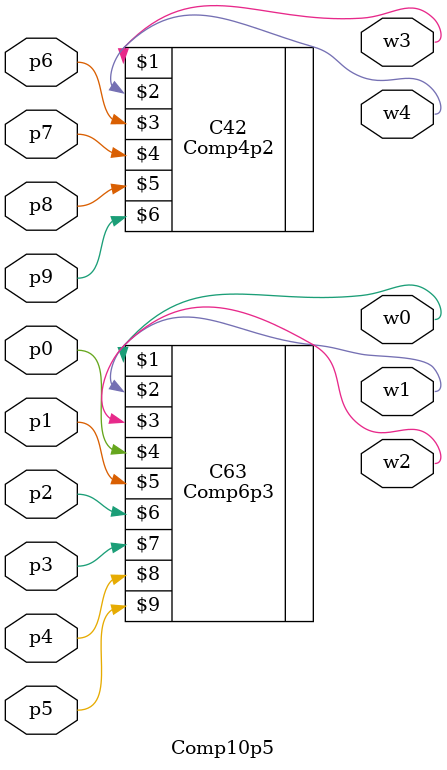
<source format=v>


module Comp10p5(w0, w1, w2, w3, w4, p0, p1, p2, p3, p4, p5, p6, p7, p8, p9);

input p0, p1, p2, p3, p4, p5, p6, p7, p8, p9;
output w0, w1, w2, w3, w4;

Comp6p3 C63(w0, w1, w2, p0, p1, p2, p3, p4, p5);
Comp4p2 C42(w3, w4, p6, p7, p8, p9);

endmodule

</source>
